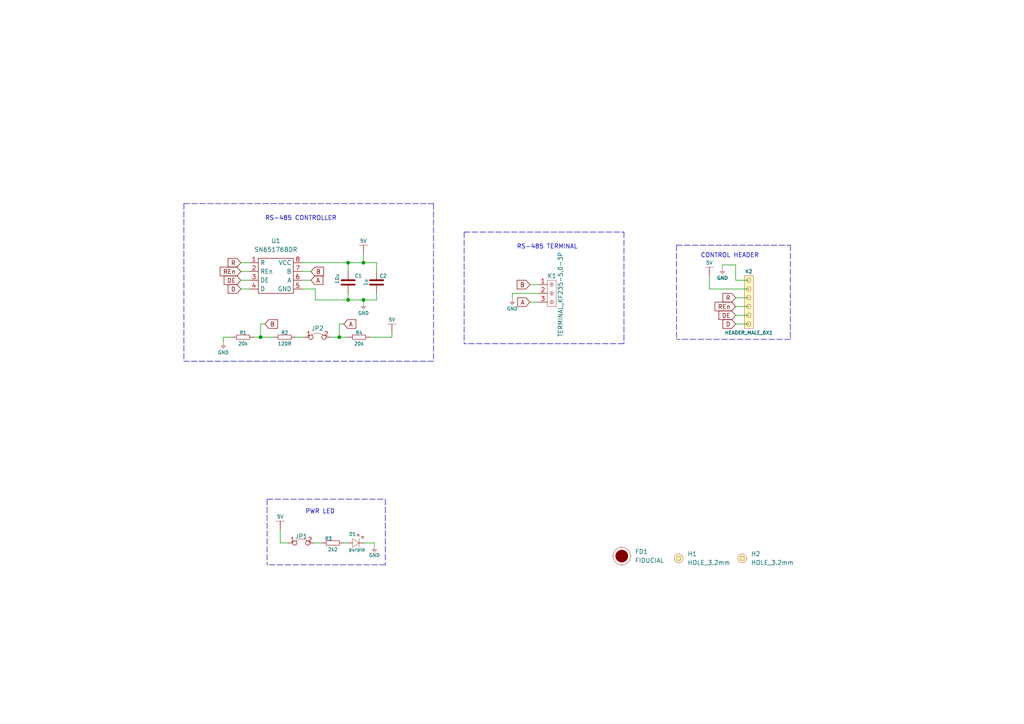
<source format=kicad_sch>
(kicad_sch (version 20210621) (generator eeschema)

  (uuid e3605678-b9d3-4e95-8d2b-456e9fa38f70)

  (paper "A4")

  (title_block
    (title "RS-485 breakout")
    (date "2021-07-28")
    (rev "V1.0.0.")
    (company "SOLDERED")
    (comment 1 "333068")
  )

  (lib_symbols
    (symbol "e-radionica.com schematics:0402LED" (pin_numbers hide) (pin_names (offset 0.254) hide) (in_bom yes) (on_board yes)
      (property "Reference" "D" (id 0) (at -0.635 2.54 0)
        (effects (font (size 1 1)))
      )
      (property "Value" "0402LED" (id 1) (at 0 -2.54 0)
        (effects (font (size 1 1)))
      )
      (property "Footprint" "e-radionica.com footprinti:0402LED" (id 2) (at 0 5.08 0)
        (effects (font (size 1 1)) hide)
      )
      (property "Datasheet" "" (id 3) (at 0 0 0)
        (effects (font (size 1 1)) hide)
      )
      (symbol "0402LED_0_1"
        (polyline
          (pts
            (xy -0.635 1.27)
            (xy 1.27 0)
          )
          (stroke (width 0.0006)) (fill (type none))
        )
        (polyline
          (pts
            (xy 0.635 1.905)
            (xy 1.27 2.54)
          )
          (stroke (width 0.0006)) (fill (type none))
        )
        (polyline
          (pts
            (xy 1.27 1.27)
            (xy 1.27 -1.27)
          )
          (stroke (width 0.0006)) (fill (type none))
        )
        (polyline
          (pts
            (xy 1.905 1.27)
            (xy 2.54 1.905)
          )
          (stroke (width 0.0006)) (fill (type none))
        )
        (polyline
          (pts
            (xy -0.635 1.27)
            (xy -0.635 -1.27)
            (xy 1.27 0)
          )
          (stroke (width 0.0006)) (fill (type none))
        )
        (polyline
          (pts
            (xy 1.27 2.54)
            (xy 0.635 2.54)
            (xy 1.27 1.905)
            (xy 1.27 2.54)
          )
          (stroke (width 0.0006)) (fill (type none))
        )
        (polyline
          (pts
            (xy 2.54 1.905)
            (xy 1.905 1.905)
            (xy 2.54 1.27)
            (xy 2.54 1.905)
          )
          (stroke (width 0.0006)) (fill (type none))
        )
      )
      (symbol "0402LED_1_1"
        (pin passive line (at -1.905 0 0) (length 1.27)
          (name "A" (effects (font (size 1.27 1.27))))
          (number "1" (effects (font (size 1.27 1.27))))
        )
        (pin passive line (at 2.54 0 180) (length 1.27)
          (name "K" (effects (font (size 1.27 1.27))))
          (number "2" (effects (font (size 1.27 1.27))))
        )
      )
    )
    (symbol "e-radionica.com schematics:0402R" (pin_numbers hide) (pin_names (offset 0.254)) (in_bom yes) (on_board yes)
      (property "Reference" "R" (id 0) (at -1.905 1.27 0)
        (effects (font (size 1 1)))
      )
      (property "Value" "0402R" (id 1) (at 0 -1.27 0)
        (effects (font (size 1 1)))
      )
      (property "Footprint" "e-radionica.com footprinti:0402R" (id 2) (at -2.54 1.905 0)
        (effects (font (size 1 1)) hide)
      )
      (property "Datasheet" "" (id 3) (at -2.54 1.905 0)
        (effects (font (size 1 1)) hide)
      )
      (symbol "0402R_0_1"
        (rectangle (start -1.905 -0.635) (end 1.905 -0.6604)
          (stroke (width 0.1)) (fill (type none))
        )
        (rectangle (start -1.905 0.635) (end -1.8796 -0.635)
          (stroke (width 0.1)) (fill (type none))
        )
        (rectangle (start -1.905 0.635) (end 1.905 0.6096)
          (stroke (width 0.1)) (fill (type none))
        )
        (rectangle (start 1.905 0.635) (end 1.9304 -0.635)
          (stroke (width 0.1)) (fill (type none))
        )
      )
      (symbol "0402R_1_1"
        (pin passive line (at -3.175 0 0) (length 1.27)
          (name "~" (effects (font (size 1.27 1.27))))
          (number "1" (effects (font (size 1.27 1.27))))
        )
        (pin passive line (at 3.175 0 180) (length 1.27)
          (name "~" (effects (font (size 1.27 1.27))))
          (number "2" (effects (font (size 1.27 1.27))))
        )
      )
    )
    (symbol "e-radionica.com schematics:0603C" (pin_numbers hide) (pin_names (offset 0.002)) (in_bom yes) (on_board yes)
      (property "Reference" "C" (id 0) (at -0.635 3.175 0)
        (effects (font (size 1 1)))
      )
      (property "Value" "0603C" (id 1) (at 0 -3.175 0)
        (effects (font (size 1 1)))
      )
      (property "Footprint" "e-radionica.com footprinti:0603C" (id 2) (at 0 0 0)
        (effects (font (size 1 1)) hide)
      )
      (property "Datasheet" "" (id 3) (at 0 0 0)
        (effects (font (size 1 1)) hide)
      )
      (symbol "0603C_0_1"
        (polyline
          (pts
            (xy -0.635 1.905)
            (xy -0.635 -1.905)
          )
          (stroke (width 0.5)) (fill (type none))
        )
        (polyline
          (pts
            (xy 0.635 1.905)
            (xy 0.635 -1.905)
          )
          (stroke (width 0.5)) (fill (type none))
        )
      )
      (symbol "0603C_1_1"
        (pin passive line (at -3.175 0 0) (length 2.54)
          (name "~" (effects (font (size 1.27 1.27))))
          (number "1" (effects (font (size 1.27 1.27))))
        )
        (pin passive line (at 3.175 0 180) (length 2.54)
          (name "~" (effects (font (size 1.27 1.27))))
          (number "2" (effects (font (size 1.27 1.27))))
        )
      )
    )
    (symbol "e-radionica.com schematics:0603R" (pin_numbers hide) (pin_names (offset 0.254)) (in_bom yes) (on_board yes)
      (property "Reference" "R" (id 0) (at -1.905 1.905 0)
        (effects (font (size 1 1)))
      )
      (property "Value" "0603R" (id 1) (at 0 -1.905 0)
        (effects (font (size 1 1)))
      )
      (property "Footprint" "e-radionica.com footprinti:0603R" (id 2) (at -0.635 1.905 0)
        (effects (font (size 1 1)) hide)
      )
      (property "Datasheet" "" (id 3) (at -0.635 1.905 0)
        (effects (font (size 1 1)) hide)
      )
      (symbol "0603R_0_1"
        (rectangle (start -1.905 -0.635) (end 1.905 -0.6604)
          (stroke (width 0.1)) (fill (type none))
        )
        (rectangle (start -1.905 0.635) (end -1.8796 -0.635)
          (stroke (width 0.1)) (fill (type none))
        )
        (rectangle (start -1.905 0.635) (end 1.905 0.6096)
          (stroke (width 0.1)) (fill (type none))
        )
        (rectangle (start 1.905 0.635) (end 1.9304 -0.635)
          (stroke (width 0.1)) (fill (type none))
        )
      )
      (symbol "0603R_1_1"
        (pin passive line (at -3.175 0 0) (length 1.27)
          (name "~" (effects (font (size 1.27 1.27))))
          (number "1" (effects (font (size 1.27 1.27))))
        )
        (pin passive line (at 3.175 0 180) (length 1.27)
          (name "~" (effects (font (size 1.27 1.27))))
          (number "2" (effects (font (size 1.27 1.27))))
        )
      )
    )
    (symbol "e-radionica.com schematics:1206C" (pin_numbers hide) (in_bom yes) (on_board yes)
      (property "Reference" "C" (id 0) (at -0.635 3.175 0)
        (effects (font (size 1 1)))
      )
      (property "Value" "1206C" (id 1) (at 0 -3.175 0)
        (effects (font (size 1 1)))
      )
      (property "Footprint" "e-radionica.com footprinti:1206C" (id 2) (at 0 0 0)
        (effects (font (size 1 1)) hide)
      )
      (property "Datasheet" "" (id 3) (at 0 0 0)
        (effects (font (size 1 1)) hide)
      )
      (symbol "1206C_0_1"
        (polyline
          (pts
            (xy -0.635 1.905)
            (xy -0.635 -1.905)
          )
          (stroke (width 0.5)) (fill (type none))
        )
        (polyline
          (pts
            (xy 0.635 1.905)
            (xy 0.635 -1.905)
          )
          (stroke (width 0.5)) (fill (type none))
        )
      )
      (symbol "1206C_1_1"
        (pin passive line (at -3.175 0 0) (length 2.54)
          (name "~" (effects (font (size 1.27 1.27))))
          (number "1" (effects (font (size 1.27 1.27))))
        )
        (pin passive line (at 3.175 0 180) (length 2.54)
          (name "~" (effects (font (size 1.27 1.27))))
          (number "2" (effects (font (size 1.27 1.27))))
        )
      )
    )
    (symbol "e-radionica.com schematics:5V" (power) (pin_names (offset 0)) (in_bom yes) (on_board yes)
      (property "Reference" "#PWR" (id 0) (at 4.445 0 0)
        (effects (font (size 1 1)) hide)
      )
      (property "Value" "5V" (id 1) (at 0 3.556 0)
        (effects (font (size 1 1)))
      )
      (property "Footprint" "" (id 2) (at 4.445 3.81 0)
        (effects (font (size 1 1)) hide)
      )
      (property "Datasheet" "" (id 3) (at 4.445 3.81 0)
        (effects (font (size 1 1)) hide)
      )
      (property "ki_keywords" "power-flag" (id 4) (at 0 0 0)
        (effects (font (size 1.27 1.27)) hide)
      )
      (property "ki_description" "Power symbol creates a global label with name \"5V\"" (id 5) (at 0 0 0)
        (effects (font (size 1.27 1.27)) hide)
      )
      (symbol "5V_0_1"
        (polyline
          (pts
            (xy -1.27 2.54)
            (xy 1.27 2.54)
          )
          (stroke (width 0.0006)) (fill (type none))
        )
        (polyline
          (pts
            (xy 0 0)
            (xy 0 2.54)
          )
          (stroke (width 0)) (fill (type none))
        )
      )
      (symbol "5V_1_1"
        (pin power_in line (at 0 0 90) (length 0) hide
          (name "5V" (effects (font (size 1.27 1.27))))
          (number "1" (effects (font (size 1.27 1.27))))
        )
      )
    )
    (symbol "e-radionica.com schematics:FIDUCIAL" (in_bom no) (on_board yes)
      (property "Reference" "FD" (id 0) (at 0 3.81 0)
        (effects (font (size 1.27 1.27)))
      )
      (property "Value" "FIDUCIAL" (id 1) (at 0 -3.81 0)
        (effects (font (size 1.27 1.27)))
      )
      (property "Footprint" "e-radionica.com footprinti:FIDUCIAL_23" (id 2) (at 0.254 -5.334 0)
        (effects (font (size 1.27 1.27)) hide)
      )
      (property "Datasheet" "" (id 3) (at 0 0 0)
        (effects (font (size 1.27 1.27)) hide)
      )
      (symbol "FIDUCIAL_0_1"
        (circle (center 0 0) (radius 2.54) (stroke (width 0.0006)) (fill (type none)))
        (circle (center 0 0) (radius 1.7961) (stroke (width 0.001)) (fill (type outline)))
        (polyline
          (pts
            (xy -2.54 0)
            (xy -2.794 0)
          )
          (stroke (width 0.0006)) (fill (type none))
        )
        (polyline
          (pts
            (xy 0 -2.54)
            (xy 0 -2.794)
          )
          (stroke (width 0.0006)) (fill (type none))
        )
        (polyline
          (pts
            (xy 0 2.54)
            (xy 0 2.794)
          )
          (stroke (width 0.0006)) (fill (type none))
        )
        (polyline
          (pts
            (xy 2.54 0)
            (xy 2.794 0)
          )
          (stroke (width 0.0006)) (fill (type none))
        )
      )
    )
    (symbol "e-radionica.com schematics:GND" (power) (pin_names (offset 0)) (in_bom yes) (on_board yes)
      (property "Reference" "#PWR" (id 0) (at 4.445 0 0)
        (effects (font (size 1 1)) hide)
      )
      (property "Value" "GND" (id 1) (at 0 -2.921 0)
        (effects (font (size 1 1)))
      )
      (property "Footprint" "" (id 2) (at 4.445 3.81 0)
        (effects (font (size 1 1)) hide)
      )
      (property "Datasheet" "" (id 3) (at 4.445 3.81 0)
        (effects (font (size 1 1)) hide)
      )
      (property "ki_keywords" "power-flag" (id 4) (at 0 0 0)
        (effects (font (size 1.27 1.27)) hide)
      )
      (property "ki_description" "Power symbol creates a global label with name \"GND\"" (id 5) (at 0 0 0)
        (effects (font (size 1.27 1.27)) hide)
      )
      (symbol "GND_0_1"
        (polyline
          (pts
            (xy -0.762 -1.27)
            (xy 0.762 -1.27)
          )
          (stroke (width 0.0006)) (fill (type none))
        )
        (polyline
          (pts
            (xy -0.635 -1.524)
            (xy 0.635 -1.524)
          )
          (stroke (width 0.0006)) (fill (type none))
        )
        (polyline
          (pts
            (xy -0.381 -1.778)
            (xy 0.381 -1.778)
          )
          (stroke (width 0.0006)) (fill (type none))
        )
        (polyline
          (pts
            (xy -0.127 -2.032)
            (xy 0.127 -2.032)
          )
          (stroke (width 0.0006)) (fill (type none))
        )
        (polyline
          (pts
            (xy 0 0)
            (xy 0 -1.27)
          )
          (stroke (width 0.0006)) (fill (type none))
        )
      )
      (symbol "GND_1_1"
        (pin power_in line (at 0 0 270) (length 0) hide
          (name "GND" (effects (font (size 1.27 1.27))))
          (number "1" (effects (font (size 1.27 1.27))))
        )
      )
    )
    (symbol "e-radionica.com schematics:GND_3" (power) (pin_names (offset 0)) (in_bom yes) (on_board yes)
      (property "Reference" "#PWR" (id 0) (at 4.445 0 0)
        (effects (font (size 1 1)) hide)
      )
      (property "Value" "GND" (id 1) (at 0 -2.921 0)
        (effects (font (size 1 1)))
      )
      (property "Footprint" "" (id 2) (at 4.445 3.81 0)
        (effects (font (size 1 1)) hide)
      )
      (property "Datasheet" "" (id 3) (at 4.445 3.81 0)
        (effects (font (size 1 1)) hide)
      )
      (property "ki_keywords" "power-flag" (id 4) (at 0 0 0)
        (effects (font (size 1.27 1.27)) hide)
      )
      (property "ki_description" "Power symbol creates a global label with name \"+3V3\"" (id 5) (at 0 0 0)
        (effects (font (size 1.27 1.27)) hide)
      )
      (symbol "GND_3_0_1"
        (polyline
          (pts
            (xy -0.762 -1.27)
            (xy 0.762 -1.27)
          )
          (stroke (width 0.0006)) (fill (type none))
        )
        (polyline
          (pts
            (xy -0.635 -1.524)
            (xy 0.635 -1.524)
          )
          (stroke (width 0.0006)) (fill (type none))
        )
        (polyline
          (pts
            (xy -0.381 -1.778)
            (xy 0.381 -1.778)
          )
          (stroke (width 0.0006)) (fill (type none))
        )
        (polyline
          (pts
            (xy -0.127 -2.032)
            (xy 0.127 -2.032)
          )
          (stroke (width 0.0006)) (fill (type none))
        )
        (polyline
          (pts
            (xy 0 0)
            (xy 0 -1.27)
          )
          (stroke (width 0.0006)) (fill (type none))
        )
      )
      (symbol "GND_3_1_1"
        (pin power_in line (at 0 0 270) (length 0) hide
          (name "GND" (effects (font (size 1.27 1.27))))
          (number "1" (effects (font (size 1.27 1.27))))
        )
      )
    )
    (symbol "e-radionica.com schematics:HEADER_MALE_6X1" (pin_numbers hide) (pin_names hide) (in_bom yes) (on_board yes)
      (property "Reference" "K" (id 0) (at -0.635 10.16 0)
        (effects (font (size 1 1)))
      )
      (property "Value" "HEADER_MALE_6X1" (id 1) (at 1.27 -7.62 0)
        (effects (font (size 1 1)))
      )
      (property "Footprint" "e-radionica.com footprinti:HEADER_MALE_6X1" (id 2) (at 0 0 0)
        (effects (font (size 1 1)) hide)
      )
      (property "Datasheet" "" (id 3) (at 0 0 0)
        (effects (font (size 1 1)) hide)
      )
      (symbol "HEADER_MALE_6X1_0_1"
        (circle (center 0 -5.08) (radius 0.635) (stroke (width 0.0006)) (fill (type none)))
        (circle (center 0 -2.54) (radius 0.635) (stroke (width 0.0006)) (fill (type none)))
        (circle (center 0 0) (radius 0.635) (stroke (width 0.0006)) (fill (type none)))
        (circle (center 0 2.54) (radius 0.635) (stroke (width 0.0006)) (fill (type none)))
        (circle (center 0 5.08) (radius 0.635) (stroke (width 0.0006)) (fill (type none)))
        (circle (center 0 7.62) (radius 0.635) (stroke (width 0.0006)) (fill (type none)))
        (rectangle (start 1.27 -6.35) (end -1.27 8.89)
          (stroke (width 0.001)) (fill (type background))
        )
      )
      (symbol "HEADER_MALE_6X1_1_1"
        (pin passive line (at 0 -5.08 180) (length 0)
          (name "~" (effects (font (size 0.991 0.991))))
          (number "1" (effects (font (size 0.991 0.991))))
        )
        (pin passive line (at 0 -2.54 180) (length 0)
          (name "~" (effects (font (size 0.991 0.991))))
          (number "2" (effects (font (size 0.991 0.991))))
        )
        (pin passive line (at 0 0 180) (length 0)
          (name "~" (effects (font (size 0.991 0.991))))
          (number "3" (effects (font (size 0.991 0.991))))
        )
        (pin passive line (at 0 2.54 180) (length 0)
          (name "~" (effects (font (size 0.991 0.991))))
          (number "4" (effects (font (size 0.991 0.991))))
        )
        (pin passive line (at 0 5.08 180) (length 0)
          (name "~" (effects (font (size 0.991 0.991))))
          (number "5" (effects (font (size 0.991 0.991))))
        )
        (pin passive line (at 0 7.62 180) (length 0)
          (name "~" (effects (font (size 0.991 0.991))))
          (number "6" (effects (font (size 0.991 0.991))))
        )
      )
    )
    (symbol "e-radionica.com schematics:HOLE_3.2mm" (pin_numbers hide) (pin_names hide) (in_bom yes) (on_board yes)
      (property "Reference" "H" (id 0) (at 0 2.54 0)
        (effects (font (size 1.27 1.27)))
      )
      (property "Value" "HOLE_3.2mm" (id 1) (at 0 -2.54 0)
        (effects (font (size 1.27 1.27)))
      )
      (property "Footprint" "e-radionica.com footprinti:HOLE_3.2mm" (id 2) (at 0 0 0)
        (effects (font (size 1.27 1.27)) hide)
      )
      (property "Datasheet" "" (id 3) (at 0 0 0)
        (effects (font (size 1.27 1.27)) hide)
      )
      (symbol "HOLE_3.2mm_0_1"
        (circle (center 0 0) (radius 0.635) (stroke (width 0.0006)) (fill (type none)))
        (circle (center 0 0) (radius 1.27) (stroke (width 0.001)) (fill (type background)))
      )
    )
    (symbol "e-radionica.com schematics:SMD-JUMPER-CONNECTED" (in_bom yes) (on_board yes)
      (property "Reference" "JP" (id 0) (at 0 3.556 0)
        (effects (font (size 1.27 1.27)))
      )
      (property "Value" "SMD-JUMPER-CONNECTED" (id 1) (at 0 -2.54 0)
        (effects (font (size 1.27 1.27)))
      )
      (property "Footprint" "e-radionica.com footprinti:SMD_JUMPER_CONNECTED" (id 2) (at 0 0 0)
        (effects (font (size 1.27 1.27)) hide)
      )
      (property "Datasheet" "" (id 3) (at 0 0 0)
        (effects (font (size 1.27 1.27)) hide)
      )
      (symbol "SMD-JUMPER-CONNECTED_0_1"
        (arc (start -1.6159 0.5742) (end 1.5845 0.5996) (radius (at 0 -1.397) (length 2.5489) (angles 129.3 51.6))
          (stroke (width 0.0006)) (fill (type none))
        )
      )
      (symbol "SMD-JUMPER-CONNECTED_1_1"
        (pin passive inverted (at -3.81 0 0) (length 2.54)
          (name "" (effects (font (size 1.27 1.27))))
          (number "1" (effects (font (size 1.27 1.27))))
        )
        (pin passive inverted (at 3.81 0 180) (length 2.54)
          (name "" (effects (font (size 1.27 1.27))))
          (number "2" (effects (font (size 1.27 1.27))))
        )
      )
    )
    (symbol "e-radionica.com schematics:SMD-JUMPER-CONNECTED_TRACE_SLODERMASK" (in_bom yes) (on_board yes)
      (property "Reference" "JP" (id 0) (at 0 3.556 0)
        (effects (font (size 1.27 1.27)))
      )
      (property "Value" "SMD-JUMPER-CONNECTED_TRACE_SLODERMASK" (id 1) (at 0 -2.54 0)
        (effects (font (size 1.27 1.27)))
      )
      (property "Footprint" "e-radionica.com footprinti:SMD-JUMPER-CONNECTED_TRACE_SLODERMASK" (id 2) (at 0 -5.715 0)
        (effects (font (size 1.27 1.27)) hide)
      )
      (property "Datasheet" "" (id 3) (at 0 0 0)
        (effects (font (size 1.27 1.27)) hide)
      )
      (symbol "SMD-JUMPER-CONNECTED_TRACE_SLODERMASK_0_1"
        (arc (start -1.8034 0.5588) (end 1.397 0.5842) (radius (at -0.1875 -1.4124) (length 2.5489) (angles 129.3 51.6))
          (stroke (width 0.0006)) (fill (type none))
        )
      )
      (symbol "SMD-JUMPER-CONNECTED_TRACE_SLODERMASK_1_1"
        (pin passive inverted (at -4.064 0 0) (length 2.54)
          (name "" (effects (font (size 1.27 1.27))))
          (number "1" (effects (font (size 1.27 1.27))))
        )
        (pin passive inverted (at 3.556 0 180) (length 2.54)
          (name "" (effects (font (size 1.27 1.27))))
          (number "2" (effects (font (size 1.27 1.27))))
        )
      )
    )
    (symbol "e-radionica.com schematics:SN65176BDR" (in_bom yes) (on_board yes)
      (property "Reference" "U" (id 0) (at 0 6.35 0)
        (effects (font (size 1.27 1.27)))
      )
      (property "Value" "SN65176BDR" (id 1) (at 0 -6.35 0)
        (effects (font (size 1.27 1.27)))
      )
      (property "Footprint" "e-radionica.com footprinti:SOIC-8-SWB" (id 2) (at 1.27 -8.89 0)
        (effects (font (size 1.27 1.27)) hide)
      )
      (property "Datasheet" "" (id 3) (at 0 0 0)
        (effects (font (size 1.27 1.27)) hide)
      )
      (symbol "SN65176BDR_0_1"
        (rectangle (start -5.08 5.08) (end 5.08 -5.08)
          (stroke (width 0.1524)) (fill (type none))
        )
      )
      (symbol "SN65176BDR_1_1"
        (pin output line (at -7.62 3.81 0) (length 2.54)
          (name "R" (effects (font (size 1.27 1.27))))
          (number "1" (effects (font (size 1.27 1.27))))
        )
        (pin input line (at -7.62 1.27 0) (length 2.54)
          (name "REn" (effects (font (size 1.27 1.27))))
          (number "2" (effects (font (size 1.27 1.27))))
        )
        (pin input line (at -7.62 -1.27 0) (length 2.54)
          (name "DE" (effects (font (size 1.27 1.27))))
          (number "3" (effects (font (size 1.27 1.27))))
        )
        (pin input line (at -7.62 -3.81 0) (length 2.54)
          (name "D" (effects (font (size 1.27 1.27))))
          (number "4" (effects (font (size 1.27 1.27))))
        )
        (pin power_out line (at 7.62 -3.81 180) (length 2.54)
          (name "GND" (effects (font (size 1.27 1.27))))
          (number "5" (effects (font (size 1.27 1.27))))
        )
        (pin bidirectional line (at 7.62 -1.27 180) (length 2.54)
          (name "A" (effects (font (size 1.27 1.27))))
          (number "6" (effects (font (size 1.27 1.27))))
        )
        (pin bidirectional line (at 7.62 1.27 180) (length 2.54)
          (name "B" (effects (font (size 1.27 1.27))))
          (number "7" (effects (font (size 1.27 1.27))))
        )
        (pin power_in line (at 7.62 3.81 180) (length 2.54)
          (name "VCC" (effects (font (size 1.27 1.27))))
          (number "8" (effects (font (size 1.27 1.27))))
        )
      )
    )
    (symbol "e-radionica.com schematics:TERMINAL_KF235-5.0-3P" (in_bom yes) (on_board yes)
      (property "Reference" "K" (id 0) (at 0 5.08 0)
        (effects (font (size 1.27 1.27)))
      )
      (property "Value" "TERMINAL_KF235-5.0-3P" (id 1) (at 0 -5.08 0)
        (effects (font (size 1.27 1.27)))
      )
      (property "Footprint" "e-radionica.com footprinti:TERMINAL_KF235-5.0-3P" (id 2) (at 0 -7.62 0)
        (effects (font (size 1.27 1.27)) hide)
      )
      (property "Datasheet" "" (id 3) (at 0 0 0)
        (effects (font (size 1.27 1.27)) hide)
      )
      (symbol "TERMINAL_KF235-5.0-3P_0_1"
        (circle (center 0 -2.54) (radius 0.508) (stroke (width 0.0006)) (fill (type none)))
        (circle (center 0 0) (radius 0.508) (stroke (width 0.0006)) (fill (type none)))
        (circle (center 0 2.54) (radius 0.508) (stroke (width 0.0006)) (fill (type none)))
        (rectangle (start -1.27 3.81) (end 1.27 -3.81)
          (stroke (width 0.0006)) (fill (type none))
        )
        (polyline
          (pts
            (xy -0.254 -2.54)
            (xy 0.254 -2.54)
          )
          (stroke (width 0.0006)) (fill (type none))
        )
        (polyline
          (pts
            (xy -0.254 0)
            (xy 0.254 0)
          )
          (stroke (width 0.0006)) (fill (type none))
        )
        (polyline
          (pts
            (xy -0.254 2.54)
            (xy 0.254 2.54)
          )
          (stroke (width 0.0006)) (fill (type none))
        )
        (polyline
          (pts
            (xy 0 -2.032)
            (xy 0 -3.048)
          )
          (stroke (width 0.0006)) (fill (type none))
        )
        (polyline
          (pts
            (xy 0 0.508)
            (xy 0 -0.508)
          )
          (stroke (width 0.0006)) (fill (type none))
        )
        (polyline
          (pts
            (xy 0 3.048)
            (xy 0 2.032)
          )
          (stroke (width 0.0006)) (fill (type none))
        )
      )
      (symbol "TERMINAL_KF235-5.0-3P_1_1"
        (pin input line (at -3.81 2.54 0) (length 2.54)
          (name "~" (effects (font (size 1.27 1.27))))
          (number "1" (effects (font (size 1.27 1.27))))
        )
        (pin input line (at -3.81 0 0) (length 2.54)
          (name "~" (effects (font (size 1.27 1.27))))
          (number "2" (effects (font (size 1.27 1.27))))
        )
        (pin input line (at -3.81 -2.54 0) (length 2.54)
          (name "~" (effects (font (size 1.27 1.27))))
          (number "3" (effects (font (size 1.27 1.27))))
        )
      )
    )
  )

  (junction (at 75.565 97.79) (diameter 0.9144) (color 0 0 0 0))
  (junction (at 98.425 97.79) (diameter 0.9144) (color 0 0 0 0))
  (junction (at 100.965 76.2) (diameter 0.9144) (color 0 0 0 0))
  (junction (at 100.965 86.995) (diameter 0.9144) (color 0 0 0 0))
  (junction (at 105.41 76.2) (diameter 0.9144) (color 0 0 0 0))
  (junction (at 105.41 86.995) (diameter 0.9144) (color 0 0 0 0))

  (wire (pts (xy 64.77 97.79) (xy 64.77 99.06))
    (stroke (width 0) (type solid) (color 0 0 0 0))
    (uuid a527652b-aa7c-4532-bf26-92376c0e1b2c)
  )
  (wire (pts (xy 67.31 97.79) (xy 64.77 97.79))
    (stroke (width 0) (type solid) (color 0 0 0 0))
    (uuid a527652b-aa7c-4532-bf26-92376c0e1b2c)
  )
  (wire (pts (xy 69.85 76.2) (xy 72.39 76.2))
    (stroke (width 0) (type solid) (color 0 0 0 0))
    (uuid 314a0fca-da90-4dc4-ab7c-c0e97f632ba5)
  )
  (wire (pts (xy 69.85 78.74) (xy 72.39 78.74))
    (stroke (width 0) (type solid) (color 0 0 0 0))
    (uuid 48104aa9-773d-4276-bc64-f5cc3a9ff0b6)
  )
  (wire (pts (xy 69.85 81.28) (xy 72.39 81.28))
    (stroke (width 0) (type solid) (color 0 0 0 0))
    (uuid be9ac76b-086b-4b0b-a5ea-5a0c0880e575)
  )
  (wire (pts (xy 69.85 83.82) (xy 72.39 83.82))
    (stroke (width 0) (type solid) (color 0 0 0 0))
    (uuid 2abd1a73-0c50-44eb-aa1b-c20afb0d508e)
  )
  (wire (pts (xy 73.66 97.79) (xy 75.565 97.79))
    (stroke (width 0) (type solid) (color 0 0 0 0))
    (uuid 8e691be9-a912-4408-980a-24118b0c0eb5)
  )
  (wire (pts (xy 75.565 93.98) (xy 75.565 97.79))
    (stroke (width 0) (type solid) (color 0 0 0 0))
    (uuid 5d2825ac-b51e-4e5f-b812-ee37cf0f0154)
  )
  (wire (pts (xy 75.565 97.79) (xy 79.375 97.79))
    (stroke (width 0) (type solid) (color 0 0 0 0))
    (uuid c8104048-83aa-4ad9-aaa5-5381a6350083)
  )
  (wire (pts (xy 76.835 93.98) (xy 75.565 93.98))
    (stroke (width 0) (type solid) (color 0 0 0 0))
    (uuid 5d2825ac-b51e-4e5f-b812-ee37cf0f0154)
  )
  (wire (pts (xy 81.28 157.48) (xy 81.28 153.67))
    (stroke (width 0) (type solid) (color 0 0 0 0))
    (uuid d4a1626f-2acd-4767-982e-d124e22c0906)
  )
  (wire (pts (xy 83.566 157.48) (xy 81.28 157.48))
    (stroke (width 0) (type solid) (color 0 0 0 0))
    (uuid 0d58fe05-9f52-4cfc-a999-f8a40c56e56c)
  )
  (wire (pts (xy 85.725 97.79) (xy 88.265 97.79))
    (stroke (width 0) (type solid) (color 0 0 0 0))
    (uuid 4c0f024d-834d-4bd7-bbd0-29f6044a5589)
  )
  (wire (pts (xy 87.63 76.2) (xy 100.965 76.2))
    (stroke (width 0) (type solid) (color 0 0 0 0))
    (uuid c2031308-60cf-4e6c-a4a8-d58e9eee387e)
  )
  (wire (pts (xy 87.63 78.74) (xy 90.17 78.74))
    (stroke (width 0) (type solid) (color 0 0 0 0))
    (uuid 0ee5d110-481a-43a1-81a8-abcefe0a7cd6)
  )
  (wire (pts (xy 87.63 81.28) (xy 90.17 81.28))
    (stroke (width 0) (type solid) (color 0 0 0 0))
    (uuid 65224b03-5f35-40dd-acf1-709534b26e89)
  )
  (wire (pts (xy 87.63 83.82) (xy 91.44 83.82))
    (stroke (width 0) (type solid) (color 0 0 0 0))
    (uuid 17b84e93-b17b-4bd8-9aa6-bc3b134b9456)
  )
  (wire (pts (xy 91.186 157.48) (xy 93.345 157.48))
    (stroke (width 0) (type solid) (color 0 0 0 0))
    (uuid 83da454e-aae2-4691-9ac3-8a111b62934f)
  )
  (wire (pts (xy 91.44 83.82) (xy 91.44 86.995))
    (stroke (width 0) (type solid) (color 0 0 0 0))
    (uuid 17b84e93-b17b-4bd8-9aa6-bc3b134b9456)
  )
  (wire (pts (xy 91.44 86.995) (xy 100.965 86.995))
    (stroke (width 0) (type solid) (color 0 0 0 0))
    (uuid 17b84e93-b17b-4bd8-9aa6-bc3b134b9456)
  )
  (wire (pts (xy 95.885 97.79) (xy 98.425 97.79))
    (stroke (width 0) (type solid) (color 0 0 0 0))
    (uuid ca17ec6c-6815-4498-a109-f6cbcc6708d4)
  )
  (wire (pts (xy 98.425 93.98) (xy 98.425 97.79))
    (stroke (width 0) (type solid) (color 0 0 0 0))
    (uuid 4f90764c-e4e7-4b63-8b8d-bb533088cb18)
  )
  (wire (pts (xy 98.425 97.79) (xy 100.965 97.79))
    (stroke (width 0) (type solid) (color 0 0 0 0))
    (uuid ca17ec6c-6815-4498-a109-f6cbcc6708d4)
  )
  (wire (pts (xy 99.695 93.98) (xy 98.425 93.98))
    (stroke (width 0) (type solid) (color 0 0 0 0))
    (uuid 4f90764c-e4e7-4b63-8b8d-bb533088cb18)
  )
  (wire (pts (xy 99.695 157.48) (xy 100.965 157.48))
    (stroke (width 0) (type solid) (color 0 0 0 0))
    (uuid d4ea5339-f0f3-408d-a59f-9cdfd6c204de)
  )
  (wire (pts (xy 100.965 76.2) (xy 100.965 78.74))
    (stroke (width 0) (type solid) (color 0 0 0 0))
    (uuid a179c884-e209-4dd1-9978-2c0880917cb8)
  )
  (wire (pts (xy 100.965 76.2) (xy 105.41 76.2))
    (stroke (width 0) (type solid) (color 0 0 0 0))
    (uuid c2031308-60cf-4e6c-a4a8-d58e9eee387e)
  )
  (wire (pts (xy 100.965 86.995) (xy 100.965 85.09))
    (stroke (width 0) (type solid) (color 0 0 0 0))
    (uuid e7cac471-4aab-4f4e-a1d0-1399e603108d)
  )
  (wire (pts (xy 105.41 76.2) (xy 105.41 73.66))
    (stroke (width 0) (type solid) (color 0 0 0 0))
    (uuid c2031308-60cf-4e6c-a4a8-d58e9eee387e)
  )
  (wire (pts (xy 105.41 76.2) (xy 109.22 76.2))
    (stroke (width 0) (type solid) (color 0 0 0 0))
    (uuid c2031308-60cf-4e6c-a4a8-d58e9eee387e)
  )
  (wire (pts (xy 105.41 86.995) (xy 100.965 86.995))
    (stroke (width 0) (type solid) (color 0 0 0 0))
    (uuid e7cac471-4aab-4f4e-a1d0-1399e603108d)
  )
  (wire (pts (xy 105.41 87.63) (xy 105.41 86.995))
    (stroke (width 0) (type solid) (color 0 0 0 0))
    (uuid e7cac471-4aab-4f4e-a1d0-1399e603108d)
  )
  (wire (pts (xy 105.41 157.48) (xy 108.585 157.48))
    (stroke (width 0) (type solid) (color 0 0 0 0))
    (uuid 88764109-5ef5-4ead-9429-2bd78946c225)
  )
  (wire (pts (xy 107.315 97.79) (xy 113.665 97.79))
    (stroke (width 0) (type solid) (color 0 0 0 0))
    (uuid e5b480ed-51f4-4f45-90b3-6b4e2e8f1dbe)
  )
  (wire (pts (xy 108.585 157.48) (xy 108.585 158.115))
    (stroke (width 0) (type solid) (color 0 0 0 0))
    (uuid cf269d41-e906-482f-be58-827a7abd4a0d)
  )
  (wire (pts (xy 109.22 78.74) (xy 109.22 76.2))
    (stroke (width 0) (type solid) (color 0 0 0 0))
    (uuid 52385976-cb5c-4856-b76e-ba408f0e1a79)
  )
  (wire (pts (xy 109.22 85.09) (xy 109.22 86.995))
    (stroke (width 0) (type solid) (color 0 0 0 0))
    (uuid fe6d983b-a941-4a4c-8b12-51c1fa118b71)
  )
  (wire (pts (xy 109.22 86.995) (xy 105.41 86.995))
    (stroke (width 0) (type solid) (color 0 0 0 0))
    (uuid fe6d983b-a941-4a4c-8b12-51c1fa118b71)
  )
  (wire (pts (xy 113.665 97.79) (xy 113.665 96.52))
    (stroke (width 0) (type solid) (color 0 0 0 0))
    (uuid e5b480ed-51f4-4f45-90b3-6b4e2e8f1dbe)
  )
  (wire (pts (xy 148.59 85.09) (xy 148.59 86.36))
    (stroke (width 0) (type solid) (color 0 0 0 0))
    (uuid 03874d88-3ca6-46bb-99fa-f53de765b209)
  )
  (wire (pts (xy 153.67 82.55) (xy 156.21 82.55))
    (stroke (width 0) (type solid) (color 0 0 0 0))
    (uuid a66c937f-4467-4f64-8752-53d8b2da0389)
  )
  (wire (pts (xy 153.67 87.63) (xy 156.21 87.63))
    (stroke (width 0) (type solid) (color 0 0 0 0))
    (uuid 29f62b24-0c52-46ff-9bb6-283214c575b4)
  )
  (wire (pts (xy 156.21 85.09) (xy 148.59 85.09))
    (stroke (width 0) (type solid) (color 0 0 0 0))
    (uuid 03874d88-3ca6-46bb-99fa-f53de765b209)
  )
  (wire (pts (xy 205.74 83.82) (xy 205.74 80.01))
    (stroke (width 0) (type solid) (color 0 0 0 0))
    (uuid 888689fb-8836-4ce2-8dd5-861d5ff87b3a)
  )
  (wire (pts (xy 209.55 76.835) (xy 213.36 76.835))
    (stroke (width 0) (type solid) (color 0 0 0 0))
    (uuid 6502dd90-c6eb-49bc-b055-94d8eea5d4ed)
  )
  (wire (pts (xy 209.55 77.47) (xy 209.55 76.835))
    (stroke (width 0) (type solid) (color 0 0 0 0))
    (uuid 122a6f96-ffc3-4e19-b85a-cdde284c4b12)
  )
  (wire (pts (xy 213.36 76.835) (xy 213.36 81.28))
    (stroke (width 0) (type solid) (color 0 0 0 0))
    (uuid afe717f4-ad94-4a42-9ce4-5b0217a865b0)
  )
  (wire (pts (xy 213.36 81.28) (xy 217.17 81.28))
    (stroke (width 0) (type solid) (color 0 0 0 0))
    (uuid 5b55bf9f-b01f-4bb4-bdba-88471430214d)
  )
  (wire (pts (xy 213.36 86.36) (xy 217.17 86.36))
    (stroke (width 0) (type solid) (color 0 0 0 0))
    (uuid f0fc583c-b67d-40a8-bc7f-d5237dd32843)
  )
  (wire (pts (xy 213.36 88.9) (xy 217.17 88.9))
    (stroke (width 0) (type solid) (color 0 0 0 0))
    (uuid 27017647-5059-45c4-ac98-8f9963255271)
  )
  (wire (pts (xy 213.36 91.44) (xy 217.17 91.44))
    (stroke (width 0) (type solid) (color 0 0 0 0))
    (uuid d6c7bfad-50ec-4f66-906d-339fcd88255d)
  )
  (wire (pts (xy 213.36 93.98) (xy 217.17 93.98))
    (stroke (width 0) (type solid) (color 0 0 0 0))
    (uuid 7907c124-f8c9-4404-a50c-39de4cee7663)
  )
  (wire (pts (xy 217.17 83.82) (xy 205.74 83.82))
    (stroke (width 0) (type solid) (color 0 0 0 0))
    (uuid 116c9d23-ce0a-4de7-aba2-f616b5c4a258)
  )
  (polyline (pts (xy 53.34 59.055) (xy 53.34 104.775))
    (stroke (width 0) (type dash) (color 0 0 0 0))
    (uuid e34b26a7-133f-476c-87c6-0332942afa43)
  )
  (polyline (pts (xy 53.34 59.055) (xy 125.73 59.055))
    (stroke (width 0) (type dash) (color 0 0 0 0))
    (uuid c72e8ac8-6497-45b2-9859-f701a454e8d0)
  )
  (polyline (pts (xy 77.47 144.78) (xy 77.47 163.83))
    (stroke (width 0) (type dash) (color 0 0 0 0))
    (uuid d9e0c882-6b13-4055-83d2-f68e8384bfc1)
  )
  (polyline (pts (xy 77.47 144.78) (xy 111.76 144.78))
    (stroke (width 0) (type dash) (color 0 0 0 0))
    (uuid 7897a252-97e9-4f38-815d-b4c29d0848a5)
  )
  (polyline (pts (xy 111.76 144.78) (xy 111.76 163.83))
    (stroke (width 0) (type dash) (color 0 0 0 0))
    (uuid 34efc4d2-41d5-4483-a8f8-95c46fb9b5ab)
  )
  (polyline (pts (xy 111.76 163.83) (xy 77.47 163.83))
    (stroke (width 0) (type dash) (color 0 0 0 0))
    (uuid 621ce6b4-7160-4f60-801b-9f39e3988515)
  )
  (polyline (pts (xy 125.73 59.055) (xy 125.73 104.775))
    (stroke (width 0) (type dash) (color 0 0 0 0))
    (uuid 209aa87f-5cc9-4543-9b93-9039bcbd03fd)
  )
  (polyline (pts (xy 125.73 104.775) (xy 53.34 104.775))
    (stroke (width 0) (type dash) (color 0 0 0 0))
    (uuid a3c1442e-2cf2-4063-923b-a56b2e24f234)
  )
  (polyline (pts (xy 134.62 67.31) (xy 134.62 99.695))
    (stroke (width 0) (type dash) (color 0 0 0 0))
    (uuid 376c9978-2d87-4833-8139-4b1944a0a6b1)
  )
  (polyline (pts (xy 134.62 67.31) (xy 180.975 67.31))
    (stroke (width 0) (type dash) (color 0 0 0 0))
    (uuid 558c2230-44c1-46bb-bc6f-1b2ee3e51f10)
  )
  (polyline (pts (xy 180.975 67.31) (xy 180.975 99.695))
    (stroke (width 0) (type dash) (color 0 0 0 0))
    (uuid 4bf40c9b-af2b-4b01-a909-23546eb1548e)
  )
  (polyline (pts (xy 180.975 99.695) (xy 134.62 99.695))
    (stroke (width 0) (type dash) (color 0 0 0 0))
    (uuid 7721d192-4b46-4daa-8528-355531b4e1cd)
  )
  (polyline (pts (xy 196.215 71.12) (xy 196.215 98.425))
    (stroke (width 0) (type dash) (color 0 0 0 0))
    (uuid c0057d09-f34f-4539-b980-9dca93714b77)
  )
  (polyline (pts (xy 196.215 71.12) (xy 229.235 71.12))
    (stroke (width 0) (type dash) (color 0 0 0 0))
    (uuid dbe877f0-0ba5-42a4-a3b7-e0b369bc803b)
  )
  (polyline (pts (xy 229.235 71.12) (xy 229.235 98.425))
    (stroke (width 0) (type dash) (color 0 0 0 0))
    (uuid 72ef3f52-a3da-44b5-89c6-753b4b1036c3)
  )
  (polyline (pts (xy 229.235 98.425) (xy 196.215 98.425))
    (stroke (width 0) (type dash) (color 0 0 0 0))
    (uuid 94d9389e-4dfa-45f1-a532-71c1a1aeffc1)
  )

  (text "RS-485 CONTROLLER" (at 76.835 64.135 0)
    (effects (font (size 1.27 1.27)) (justify left bottom))
    (uuid b83c3541-97ae-4469-84ff-b695c6fcad84)
  )
  (text "PWR LED" (at 97.155 149.225 180)
    (effects (font (size 1.27 1.27)) (justify right bottom))
    (uuid 46a22821-9928-4dc9-871b-ba7d4bc7c1d6)
  )
  (text "RS-485 TERMINAL" (at 149.86 72.39 0)
    (effects (font (size 1.27 1.27)) (justify left bottom))
    (uuid a6a1e081-dcb1-4d10-b4f1-97630f4401ae)
  )
  (text "CONTROL HEADER" (at 203.2 74.93 0)
    (effects (font (size 1.27 1.27)) (justify left bottom))
    (uuid 9fa3828c-6498-4f74-82f6-3eea0b741ff5)
  )

  (global_label "R" (shape input) (at 69.85 76.2 180) (fields_autoplaced)
    (effects (font (size 1.27 1.27)) (justify right))
    (uuid 32131763-7933-45e5-8902-b482e1f7c62e)
    (property "Intersheet References" "${INTERSHEET_REFS}" (id 0) (at 66.1669 76.1206 0)
      (effects (font (size 1.27 1.27)) (justify right) hide)
    )
  )
  (global_label "REn" (shape input) (at 69.85 78.74 180) (fields_autoplaced)
    (effects (font (size 1.27 1.27)) (justify right))
    (uuid 88c81bb6-5fd4-4e5c-b3b4-465a1d4bc1ea)
    (property "Intersheet References" "${INTERSHEET_REFS}" (id 0) (at 63.8688 78.6606 0)
      (effects (font (size 1.27 1.27)) (justify right) hide)
    )
  )
  (global_label "DE" (shape input) (at 69.85 81.28 180) (fields_autoplaced)
    (effects (font (size 1.27 1.27)) (justify right))
    (uuid f28fda5b-ed67-4b7d-ba88-3bd4387add91)
    (property "Intersheet References" "${INTERSHEET_REFS}" (id 0) (at 65.0179 81.2006 0)
      (effects (font (size 1.27 1.27)) (justify right) hide)
    )
  )
  (global_label "D" (shape input) (at 69.85 83.82 180) (fields_autoplaced)
    (effects (font (size 1.27 1.27)) (justify right))
    (uuid 32e7394c-b5ee-437a-9886-99fcdcc44343)
    (property "Intersheet References" "${INTERSHEET_REFS}" (id 0) (at 66.1669 83.7406 0)
      (effects (font (size 1.27 1.27)) (justify right) hide)
    )
  )
  (global_label "B" (shape input) (at 76.835 93.98 0) (fields_autoplaced)
    (effects (font (size 1.27 1.27)) (justify left))
    (uuid a201e6f5-0dce-4c2f-9d3d-025d89a09085)
    (property "Intersheet References" "${INTERSHEET_REFS}" (id 0) (at 80.5181 93.9006 0)
      (effects (font (size 1.27 1.27)) (justify left) hide)
    )
  )
  (global_label "B" (shape input) (at 90.17 78.74 0) (fields_autoplaced)
    (effects (font (size 1.27 1.27)) (justify left))
    (uuid a447a5c9-2f28-4416-9456-d42361684842)
    (property "Intersheet References" "${INTERSHEET_REFS}" (id 0) (at 93.8531 78.6606 0)
      (effects (font (size 1.27 1.27)) (justify left) hide)
    )
  )
  (global_label "A" (shape input) (at 90.17 81.28 0) (fields_autoplaced)
    (effects (font (size 1.27 1.27)) (justify left))
    (uuid 2c051d47-ec7f-4b23-9389-26b35bb76b6a)
    (property "Intersheet References" "${INTERSHEET_REFS}" (id 0) (at 93.6717 81.2006 0)
      (effects (font (size 1.27 1.27)) (justify left) hide)
    )
  )
  (global_label "A" (shape input) (at 99.695 93.98 0) (fields_autoplaced)
    (effects (font (size 1.27 1.27)) (justify left))
    (uuid 223f036e-492c-411d-b11b-73de5a73cd3a)
    (property "Intersheet References" "${INTERSHEET_REFS}" (id 0) (at 103.1967 93.9006 0)
      (effects (font (size 1.27 1.27)) (justify left) hide)
    )
  )
  (global_label "B" (shape input) (at 153.67 82.55 180) (fields_autoplaced)
    (effects (font (size 1.27 1.27)) (justify right))
    (uuid b232a98e-cdc8-4e9d-a7d4-a7b15322d85d)
    (property "Intersheet References" "${INTERSHEET_REFS}" (id 0) (at 149.9869 82.4706 0)
      (effects (font (size 1.27 1.27)) (justify right) hide)
    )
  )
  (global_label "A" (shape input) (at 153.67 87.63 180) (fields_autoplaced)
    (effects (font (size 1.27 1.27)) (justify right))
    (uuid 51e4734e-2ded-4675-bcfd-199c62d0267e)
    (property "Intersheet References" "${INTERSHEET_REFS}" (id 0) (at 150.1683 87.5506 0)
      (effects (font (size 1.27 1.27)) (justify right) hide)
    )
  )
  (global_label "R" (shape input) (at 213.36 86.36 180) (fields_autoplaced)
    (effects (font (size 1.27 1.27)) (justify right))
    (uuid aa2e7628-08f1-4484-b921-75db7abe35ee)
    (property "Intersheet References" "${INTERSHEET_REFS}" (id 0) (at 209.6769 86.2806 0)
      (effects (font (size 1.27 1.27)) (justify right) hide)
    )
  )
  (global_label "REn" (shape input) (at 213.36 88.9 180) (fields_autoplaced)
    (effects (font (size 1.27 1.27)) (justify right))
    (uuid b9f20294-83ea-40a3-8a84-72a0221f0cb0)
    (property "Intersheet References" "${INTERSHEET_REFS}" (id 0) (at 207.3788 88.8206 0)
      (effects (font (size 1.27 1.27)) (justify right) hide)
    )
  )
  (global_label "DE" (shape input) (at 213.36 91.44 180) (fields_autoplaced)
    (effects (font (size 1.27 1.27)) (justify right))
    (uuid 9a555979-fc0e-42ca-b0bc-15021c01b0b6)
    (property "Intersheet References" "${INTERSHEET_REFS}" (id 0) (at 208.5279 91.3606 0)
      (effects (font (size 1.27 1.27)) (justify right) hide)
    )
  )
  (global_label "D" (shape input) (at 213.36 93.98 180) (fields_autoplaced)
    (effects (font (size 1.27 1.27)) (justify right))
    (uuid 91dd2f2b-3343-4b7e-8325-b6cb260721ed)
    (property "Intersheet References" "${INTERSHEET_REFS}" (id 0) (at 209.6769 93.9006 0)
      (effects (font (size 1.27 1.27)) (justify right) hide)
    )
  )

  (symbol (lib_id "e-radionica.com schematics:GND") (at 64.77 99.06 0) (unit 1)
    (in_bom yes) (on_board yes)
    (uuid 81741cfb-8ba5-4498-adce-7f8ed410dd4e)
    (property "Reference" "#PWR01" (id 0) (at 69.215 99.06 0)
      (effects (font (size 1 1)) hide)
    )
    (property "Value" "GND" (id 1) (at 64.77 102.235 0)
      (effects (font (size 1 1)))
    )
    (property "Footprint" "" (id 2) (at 69.215 95.25 0)
      (effects (font (size 1 1)) hide)
    )
    (property "Datasheet" "" (id 3) (at 69.215 95.25 0)
      (effects (font (size 1 1)) hide)
    )
    (pin "1" (uuid 124f6241-d13e-40f5-9fad-dfca5e903147))
  )

  (symbol (lib_id "e-radionica.com schematics:GND") (at 105.41 87.63 0) (unit 1)
    (in_bom yes) (on_board yes)
    (uuid 00b15cd9-959c-4e5d-9e46-bd7c1036f1a5)
    (property "Reference" "#PWR04" (id 0) (at 109.855 87.63 0)
      (effects (font (size 1 1)) hide)
    )
    (property "Value" "GND" (id 1) (at 105.41 90.805 0)
      (effects (font (size 1 1)))
    )
    (property "Footprint" "" (id 2) (at 109.855 83.82 0)
      (effects (font (size 1 1)) hide)
    )
    (property "Datasheet" "" (id 3) (at 109.855 83.82 0)
      (effects (font (size 1 1)) hide)
    )
    (pin "1" (uuid 618ed027-c207-480f-81a8-ca0c16e583b5))
  )

  (symbol (lib_name "e-radionica.com schematics:GND_3") (lib_id "e-radionica.com schematics:GND") (at 108.585 158.115 0) (unit 1)
    (in_bom yes) (on_board yes)
    (uuid 75de46a1-3747-4511-ac87-fd5cc62d187d)
    (property "Reference" "#PWR05" (id 0) (at 113.03 158.115 0)
      (effects (font (size 1 1)) hide)
    )
    (property "Value" "GND" (id 1) (at 108.585 161.036 0)
      (effects (font (size 1 1)))
    )
    (property "Footprint" "" (id 2) (at 113.03 154.305 0)
      (effects (font (size 1 1)) hide)
    )
    (property "Datasheet" "" (id 3) (at 113.03 154.305 0)
      (effects (font (size 1 1)) hide)
    )
    (pin "1" (uuid eefd8585-6fcc-4798-8c7d-6194cd57e7a6))
  )

  (symbol (lib_id "e-radionica.com schematics:GND") (at 148.59 86.36 0) (unit 1)
    (in_bom yes) (on_board yes)
    (uuid e574e1da-0e30-4c41-9b3a-dd4d9e2e0aa3)
    (property "Reference" "#PWR07" (id 0) (at 153.035 86.36 0)
      (effects (font (size 1 1)) hide)
    )
    (property "Value" "GND" (id 1) (at 148.59 89.535 0)
      (effects (font (size 1 1)))
    )
    (property "Footprint" "" (id 2) (at 153.035 82.55 0)
      (effects (font (size 1 1)) hide)
    )
    (property "Datasheet" "" (id 3) (at 153.035 82.55 0)
      (effects (font (size 1 1)) hide)
    )
    (pin "1" (uuid 11e04ccd-88ec-46fe-9847-16387ebc504c))
  )

  (symbol (lib_id "e-radionica.com schematics:GND") (at 209.55 77.47 0) (unit 1)
    (in_bom yes) (on_board yes)
    (uuid b5cf76c1-bdf6-41c9-9384-0727ac114a22)
    (property "Reference" "#PWR09" (id 0) (at 213.995 77.47 0)
      (effects (font (size 1 1)) hide)
    )
    (property "Value" "GND" (id 1) (at 209.55 80.645 0)
      (effects (font (size 1 1)))
    )
    (property "Footprint" "" (id 2) (at 213.995 73.66 0)
      (effects (font (size 1 1)) hide)
    )
    (property "Datasheet" "" (id 3) (at 213.995 73.66 0)
      (effects (font (size 1 1)) hide)
    )
    (pin "1" (uuid 11b858df-9ce4-429d-836a-0bce91eada0e))
  )

  (symbol (lib_id "e-radionica.com schematics:HOLE_3.2mm") (at 196.85 161.925 0) (unit 1)
    (in_bom yes) (on_board yes) (fields_autoplaced)
    (uuid f50dde54-fee2-4c72-b22c-29e92e25729e)
    (property "Reference" "H1" (id 0) (at 199.39 160.6549 0)
      (effects (font (size 1.27 1.27)) (justify left))
    )
    (property "Value" "HOLE_3.2mm" (id 1) (at 199.39 163.1949 0)
      (effects (font (size 1.27 1.27)) (justify left))
    )
    (property "Footprint" "e-radionica.com footprinti:HOLE_3.2mm" (id 2) (at 196.85 161.925 0)
      (effects (font (size 1.27 1.27)) hide)
    )
    (property "Datasheet" "" (id 3) (at 196.85 161.925 0)
      (effects (font (size 1.27 1.27)) hide)
    )
  )

  (symbol (lib_id "e-radionica.com schematics:HOLE_3.2mm") (at 215.265 161.925 0) (unit 1)
    (in_bom yes) (on_board yes) (fields_autoplaced)
    (uuid 42f3dced-54e8-4e68-beb6-6b9d776b4587)
    (property "Reference" "H2" (id 0) (at 217.805 160.6549 0)
      (effects (font (size 1.27 1.27)) (justify left))
    )
    (property "Value" "HOLE_3.2mm" (id 1) (at 217.805 163.1949 0)
      (effects (font (size 1.27 1.27)) (justify left))
    )
    (property "Footprint" "e-radionica.com footprinti:HOLE_3.2mm" (id 2) (at 215.265 161.925 0)
      (effects (font (size 1.27 1.27)) hide)
    )
    (property "Datasheet" "" (id 3) (at 215.265 161.925 0)
      (effects (font (size 1.27 1.27)) hide)
    )
  )

  (symbol (lib_id "e-radionica.com schematics:5V") (at 81.28 153.67 0) (unit 1)
    (in_bom yes) (on_board yes) (fields_autoplaced)
    (uuid d35d2ecd-8362-4541-8215-0ee172c32046)
    (property "Reference" "#PWR02" (id 0) (at 85.725 153.67 0)
      (effects (font (size 1 1)) hide)
    )
    (property "Value" "5V" (id 1) (at 81.28 149.86 0)
      (effects (font (size 1 1)))
    )
    (property "Footprint" "" (id 2) (at 85.725 149.86 0)
      (effects (font (size 1 1)) hide)
    )
    (property "Datasheet" "" (id 3) (at 85.725 149.86 0)
      (effects (font (size 1 1)) hide)
    )
    (pin "1" (uuid db1cebbd-565c-42fd-b8ed-0192716c3fc0))
  )

  (symbol (lib_id "e-radionica.com schematics:5V") (at 105.41 73.66 0) (unit 1)
    (in_bom yes) (on_board yes) (fields_autoplaced)
    (uuid f26326b9-8e21-4b1b-bc2f-540ec563a8c0)
    (property "Reference" "#PWR03" (id 0) (at 109.855 73.66 0)
      (effects (font (size 1 1)) hide)
    )
    (property "Value" "5V" (id 1) (at 105.41 69.85 0)
      (effects (font (size 1 1)))
    )
    (property "Footprint" "" (id 2) (at 109.855 69.85 0)
      (effects (font (size 1 1)) hide)
    )
    (property "Datasheet" "" (id 3) (at 109.855 69.85 0)
      (effects (font (size 1 1)) hide)
    )
    (pin "1" (uuid 58960d07-b558-4f6a-b9f1-aeef992dde02))
  )

  (symbol (lib_id "e-radionica.com schematics:5V") (at 113.665 96.52 0) (unit 1)
    (in_bom yes) (on_board yes) (fields_autoplaced)
    (uuid 0ba740e3-c238-4b5d-8b32-316e38c9642d)
    (property "Reference" "#PWR06" (id 0) (at 118.11 96.52 0)
      (effects (font (size 1 1)) hide)
    )
    (property "Value" "5V" (id 1) (at 113.665 92.71 0)
      (effects (font (size 1 1)))
    )
    (property "Footprint" "" (id 2) (at 118.11 92.71 0)
      (effects (font (size 1 1)) hide)
    )
    (property "Datasheet" "" (id 3) (at 118.11 92.71 0)
      (effects (font (size 1 1)) hide)
    )
    (pin "1" (uuid 6658bb11-0925-4728-998d-189cb386f271))
  )

  (symbol (lib_id "e-radionica.com schematics:5V") (at 205.74 80.01 0) (unit 1)
    (in_bom yes) (on_board yes) (fields_autoplaced)
    (uuid ed8b8e5a-01f4-4fb4-9963-4f61576499e9)
    (property "Reference" "#PWR08" (id 0) (at 210.185 80.01 0)
      (effects (font (size 1 1)) hide)
    )
    (property "Value" "5V" (id 1) (at 205.74 76.2 0)
      (effects (font (size 1 1)))
    )
    (property "Footprint" "" (id 2) (at 210.185 76.2 0)
      (effects (font (size 1 1)) hide)
    )
    (property "Datasheet" "" (id 3) (at 210.185 76.2 0)
      (effects (font (size 1 1)) hide)
    )
    (pin "1" (uuid c8ddbcd9-744e-4a50-8558-d52469804a56))
  )

  (symbol (lib_id "e-radionica.com schematics:0603R") (at 70.485 97.79 0) (unit 1)
    (in_bom yes) (on_board yes)
    (uuid f23a00cd-9871-4d54-8fdc-3670ed6e756e)
    (property "Reference" "R1" (id 0) (at 70.485 96.52 0)
      (effects (font (size 1 1)))
    )
    (property "Value" "20k" (id 1) (at 70.485 99.695 0)
      (effects (font (size 1 1)))
    )
    (property "Footprint" "e-radionica.com footprinti:0603R" (id 2) (at 69.85 95.885 0)
      (effects (font (size 1 1)) hide)
    )
    (property "Datasheet" "" (id 3) (at 69.85 95.885 0)
      (effects (font (size 1 1)) hide)
    )
    (pin "1" (uuid 9cd84709-a2f2-4d56-8b7c-fd865aaba774))
    (pin "2" (uuid f370d634-ee22-420e-b6a6-b3c51cbce354))
  )

  (symbol (lib_id "e-radionica.com schematics:0603R") (at 82.55 97.79 0) (unit 1)
    (in_bom yes) (on_board yes)
    (uuid a37fb704-346d-4447-bd27-46fc9c65eaa5)
    (property "Reference" "R2" (id 0) (at 82.55 96.52 0)
      (effects (font (size 1 1)))
    )
    (property "Value" "120R" (id 1) (at 82.55 99.695 0)
      (effects (font (size 1 1)))
    )
    (property "Footprint" "e-radionica.com footprinti:0603R" (id 2) (at 81.915 95.885 0)
      (effects (font (size 1 1)) hide)
    )
    (property "Datasheet" "" (id 3) (at 81.915 95.885 0)
      (effects (font (size 1 1)) hide)
    )
    (pin "1" (uuid dd33e316-71bc-4dba-bc99-1220c49f1ae6))
    (pin "2" (uuid 332c0fdf-2750-4f41-a72b-144512d49d39))
  )

  (symbol (lib_id "e-radionica.com schematics:0402R") (at 96.52 157.48 0) (unit 1)
    (in_bom yes) (on_board yes)
    (uuid 89f1b792-0f03-4ada-aaed-f49d0ba5994b)
    (property "Reference" "R3" (id 0) (at 95.25 156.21 0)
      (effects (font (size 1 1)))
    )
    (property "Value" "2k2" (id 1) (at 96.52 159.385 0)
      (effects (font (size 1 1)))
    )
    (property "Footprint" "e-radionica.com footprinti:0402R" (id 2) (at 93.98 155.575 0)
      (effects (font (size 1 1)) hide)
    )
    (property "Datasheet" "" (id 3) (at 93.98 155.575 0)
      (effects (font (size 1 1)) hide)
    )
    (pin "1" (uuid 89530032-f483-45e1-abf9-036a2a1381e0))
    (pin "2" (uuid 9ce51004-c7ac-493f-9a89-d0cf73c36d68))
  )

  (symbol (lib_id "e-radionica.com schematics:0603R") (at 104.14 97.79 0) (unit 1)
    (in_bom yes) (on_board yes)
    (uuid 77d72bbc-bb45-4692-b732-02ad7950820c)
    (property "Reference" "R4" (id 0) (at 104.14 96.52 0)
      (effects (font (size 1 1)))
    )
    (property "Value" "20k" (id 1) (at 104.14 99.695 0)
      (effects (font (size 1 1)))
    )
    (property "Footprint" "e-radionica.com footprinti:0603R" (id 2) (at 103.505 95.885 0)
      (effects (font (size 1 1)) hide)
    )
    (property "Datasheet" "" (id 3) (at 103.505 95.885 0)
      (effects (font (size 1 1)) hide)
    )
    (pin "1" (uuid bb88d3e8-aac6-4d68-abd8-20f56e6f0caa))
    (pin "2" (uuid 8ca3778a-e627-48b1-9e09-8c55354b1f21))
  )

  (symbol (lib_id "e-radionica.com schematics:SMD-JUMPER-CONNECTED_TRACE_SLODERMASK") (at 87.63 157.48 0) (unit 1)
    (in_bom yes) (on_board yes)
    (uuid 143a62c9-3919-492b-9bd1-61d6c39d801a)
    (property "Reference" "JP1" (id 0) (at 87.376 155.575 0))
    (property "Value" "SMD-JUMPER-CONNECTED_TRACE_SLODERMASK" (id 1) (at 87.376 159.385 0)
      (effects (font (size 1.27 1.27)) hide)
    )
    (property "Footprint" "e-radionica.com footprinti:SMD-JUMPER-CONNECTED_TRACE_SLODERMASK" (id 2) (at 87.63 163.195 0)
      (effects (font (size 1.27 1.27)) hide)
    )
    (property "Datasheet" "" (id 3) (at 87.63 157.48 0)
      (effects (font (size 1.27 1.27)) hide)
    )
    (pin "1" (uuid 06ebb780-a9ad-48b9-9d08-33ed7bdf060f))
    (pin "2" (uuid c968b48d-8921-40e8-9efc-a3cfd90d2afc))
  )

  (symbol (lib_id "e-radionica.com schematics:SMD-JUMPER-CONNECTED") (at 92.075 97.79 0) (unit 1)
    (in_bom yes) (on_board yes)
    (uuid 60a86b40-3f31-4013-b4e5-c6be7dd3cbea)
    (property "Reference" "JP2" (id 0) (at 92.075 95.25 0))
    (property "Value" "SMD-JUMPER-CONNECTED" (id 1) (at 92.075 99.06 0)
      (effects (font (size 1.27 1.27)) hide)
    )
    (property "Footprint" "e-radionica.com footprinti:SMD_JUMPER_CONNECTED" (id 2) (at 92.075 97.79 0)
      (effects (font (size 1.27 1.27)) hide)
    )
    (property "Datasheet" "" (id 3) (at 92.075 97.79 0)
      (effects (font (size 1.27 1.27)) hide)
    )
    (pin "1" (uuid c580a268-b7b9-45f6-9922-57db7688e7f7))
    (pin "2" (uuid 6fc0f520-60c4-4241-9ef9-214eea216920))
  )

  (symbol (lib_id "e-radionica.com schematics:0402LED") (at 102.87 157.48 0) (unit 1)
    (in_bom yes) (on_board yes)
    (uuid 5d1f9150-84f7-4327-8dbe-9cd2896b120d)
    (property "Reference" "D1" (id 0) (at 102.235 154.94 0)
      (effects (font (size 1 1)))
    )
    (property "Value" "purple" (id 1) (at 103.505 159.385 0)
      (effects (font (size 1 1)))
    )
    (property "Footprint" "e-radionica.com footprinti:0402LED" (id 2) (at 102.87 152.4 0)
      (effects (font (size 1 1)) hide)
    )
    (property "Datasheet" "" (id 3) (at 102.87 157.48 0)
      (effects (font (size 1 1)) hide)
    )
    (pin "1" (uuid 47c18f2d-1066-4448-9e31-2ab3e3f38567))
    (pin "2" (uuid 0245845f-6e91-4c9f-9822-e4a3a610000c))
  )

  (symbol (lib_id "e-radionica.com schematics:1206C") (at 100.965 81.915 90) (unit 1)
    (in_bom yes) (on_board yes)
    (uuid e2c4580f-0047-41fb-8169-74e9342bebc1)
    (property "Reference" "C1" (id 0) (at 102.87 80.01 90)
      (effects (font (size 1 1)) (justify right))
    )
    (property "Value" "10u" (id 1) (at 97.79 79.375 0)
      (effects (font (size 1 1)) (justify right))
    )
    (property "Footprint" "e-radionica.com footprinti:1206C" (id 2) (at 100.965 81.915 0)
      (effects (font (size 1 1)) hide)
    )
    (property "Datasheet" "" (id 3) (at 100.965 81.915 0)
      (effects (font (size 1 1)) hide)
    )
    (pin "1" (uuid 6794f83c-3f20-4d36-997f-a49ed87c0bd6))
    (pin "2" (uuid 803556de-27a2-4d06-a128-935ac90a2c1d))
  )

  (symbol (lib_id "e-radionica.com schematics:0603C") (at 109.22 81.915 90) (unit 1)
    (in_bom yes) (on_board yes)
    (uuid ed07cab7-c6a9-4b23-8a1c-1bbba15c122d)
    (property "Reference" "C2" (id 0) (at 111.125 80.01 90)
      (effects (font (size 1 1)))
    )
    (property "Value" "1u" (id 1) (at 106.045 81.915 0)
      (effects (font (size 1 1)))
    )
    (property "Footprint" "e-radionica.com footprinti:0603C" (id 2) (at 109.22 81.915 0)
      (effects (font (size 1 1)) hide)
    )
    (property "Datasheet" "" (id 3) (at 109.22 81.915 0)
      (effects (font (size 1 1)) hide)
    )
    (pin "1" (uuid 9988df76-40ca-4ee5-ab82-4bdaca7d1a31))
    (pin "2" (uuid fbe76d86-64da-4cd2-85e2-04c21a0afc1e))
  )

  (symbol (lib_id "e-radionica.com schematics:FIDUCIAL") (at 180.34 161.29 0) (unit 1)
    (in_bom no) (on_board yes) (fields_autoplaced)
    (uuid a3fb05f6-0226-4c2b-b7c1-dfa5635ad03e)
    (property "Reference" "FD1" (id 0) (at 184.15 160.0199 0)
      (effects (font (size 1.27 1.27)) (justify left))
    )
    (property "Value" "FIDUCIAL" (id 1) (at 184.15 162.5599 0)
      (effects (font (size 1.27 1.27)) (justify left))
    )
    (property "Footprint" "e-radionica.com footprinti:FIDUCIAL_23" (id 2) (at 180.594 166.624 0)
      (effects (font (size 1.27 1.27)) hide)
    )
    (property "Datasheet" "" (id 3) (at 180.34 161.29 0)
      (effects (font (size 1.27 1.27)) hide)
    )
  )

  (symbol (lib_id "e-radionica.com schematics:HEADER_MALE_6X1") (at 217.17 88.9 0) (unit 1)
    (in_bom yes) (on_board yes)
    (uuid bc5ffa9e-9803-4ee7-83b7-25b7d25d3d18)
    (property "Reference" "K2" (id 0) (at 217.17 78.74 0)
      (effects (font (size 1 1)))
    )
    (property "Value" "HEADER_MALE_6X1" (id 1) (at 217.17 96.52 0)
      (effects (font (size 1 1)))
    )
    (property "Footprint" "e-radionica.com footprinti:HEADER_MALE_6X1" (id 2) (at 217.17 88.9 0)
      (effects (font (size 1 1)) hide)
    )
    (property "Datasheet" "" (id 3) (at 217.17 88.9 0)
      (effects (font (size 1 1)) hide)
    )
    (pin "1" (uuid a0b5483c-0e0f-4250-a0e9-1c366b56a411))
    (pin "2" (uuid d0093c16-0227-4bbe-a2fe-f3c44e7b121c))
    (pin "3" (uuid 1106381a-f2ea-4d5c-8e21-965e52f5be49))
    (pin "4" (uuid 5e2d7de3-0e8a-43d6-ac9e-7b998d335cb4))
    (pin "5" (uuid 1f87fd99-636e-46f2-8795-afd2b7a2c3f7))
    (pin "6" (uuid 714093c9-ad8a-4ef7-ab0d-ee7d53649ea8))
  )

  (symbol (lib_id "e-radionica.com schematics:TERMINAL_KF235-5.0-3P") (at 160.02 85.09 0) (unit 1)
    (in_bom yes) (on_board yes)
    (uuid a4a2e829-fe5e-4762-9687-e403dba7b49a)
    (property "Reference" "K1" (id 0) (at 158.75 80.0099 0)
      (effects (font (size 1.27 1.27)) (justify left))
    )
    (property "Value" "TERMINAL_KF235-5.0-3P" (id 1) (at 162.56 97.7899 90)
      (effects (font (size 1.27 1.27)) (justify left))
    )
    (property "Footprint" "e-radionica.com footprinti:TERMINAL_KF235-5.0-3P" (id 2) (at 160.02 92.71 0)
      (effects (font (size 1.27 1.27)) hide)
    )
    (property "Datasheet" "" (id 3) (at 160.02 85.09 0)
      (effects (font (size 1.27 1.27)) hide)
    )
    (pin "1" (uuid 70997308-2de2-4882-b713-a26d639a7c23))
    (pin "2" (uuid 0aa8744b-3d0d-466d-b448-0373fc5216e3))
    (pin "3" (uuid 99c19aa3-121c-43eb-92ad-518f6c277082))
  )

  (symbol (lib_id "e-radionica.com schematics:SN65176BDR") (at 80.01 80.01 0) (unit 1)
    (in_bom yes) (on_board yes) (fields_autoplaced)
    (uuid 799a2206-acb5-4c92-a995-a95138bfa6ab)
    (property "Reference" "U1" (id 0) (at 80.01 69.85 0))
    (property "Value" "SN65176BDR" (id 1) (at 80.01 72.39 0))
    (property "Footprint" "e-radionica.com footprinti:SOIC-8-SWB" (id 2) (at 81.28 88.9 0)
      (effects (font (size 1.27 1.27)) hide)
    )
    (property "Datasheet" "" (id 3) (at 80.01 80.01 0)
      (effects (font (size 1.27 1.27)) hide)
    )
    (pin "1" (uuid 0bd1a30c-3555-49a6-bc65-e1e582db6dc0))
    (pin "2" (uuid 17e6f31b-084a-4c91-a8d3-06e57ea8fa2d))
    (pin "3" (uuid c28c9d00-3e7a-4a33-a8d0-badbfd0832e2))
    (pin "4" (uuid aa3cb202-de8e-4e2e-ac6b-3cb0d9b16866))
    (pin "5" (uuid e80249bd-75f9-4535-bdc8-39d157d6368d))
    (pin "6" (uuid b170a4e1-4bed-4373-8b4d-0724b0f5b832))
    (pin "7" (uuid 28430954-f3cc-4f8c-86f5-2cfbbba6fd3f))
    (pin "8" (uuid f62dbda6-8f28-4a9c-bb82-6ae6926e21d6))
  )

  (sheet_instances
    (path "/" (page "1"))
  )

  (symbol_instances
    (path "/81741cfb-8ba5-4498-adce-7f8ed410dd4e"
      (reference "#PWR01") (unit 1) (value "GND") (footprint "")
    )
    (path "/d35d2ecd-8362-4541-8215-0ee172c32046"
      (reference "#PWR02") (unit 1) (value "5V") (footprint "")
    )
    (path "/f26326b9-8e21-4b1b-bc2f-540ec563a8c0"
      (reference "#PWR03") (unit 1) (value "5V") (footprint "")
    )
    (path "/00b15cd9-959c-4e5d-9e46-bd7c1036f1a5"
      (reference "#PWR04") (unit 1) (value "GND") (footprint "")
    )
    (path "/75de46a1-3747-4511-ac87-fd5cc62d187d"
      (reference "#PWR05") (unit 1) (value "GND") (footprint "")
    )
    (path "/0ba740e3-c238-4b5d-8b32-316e38c9642d"
      (reference "#PWR06") (unit 1) (value "5V") (footprint "")
    )
    (path "/e574e1da-0e30-4c41-9b3a-dd4d9e2e0aa3"
      (reference "#PWR07") (unit 1) (value "GND") (footprint "")
    )
    (path "/ed8b8e5a-01f4-4fb4-9963-4f61576499e9"
      (reference "#PWR08") (unit 1) (value "5V") (footprint "")
    )
    (path "/b5cf76c1-bdf6-41c9-9384-0727ac114a22"
      (reference "#PWR09") (unit 1) (value "GND") (footprint "")
    )
    (path "/e2c4580f-0047-41fb-8169-74e9342bebc1"
      (reference "C1") (unit 1) (value "10u") (footprint "e-radionica.com footprinti:1206C")
    )
    (path "/ed07cab7-c6a9-4b23-8a1c-1bbba15c122d"
      (reference "C2") (unit 1) (value "1u") (footprint "e-radionica.com footprinti:0603C")
    )
    (path "/5d1f9150-84f7-4327-8dbe-9cd2896b120d"
      (reference "D1") (unit 1) (value "purple") (footprint "e-radionica.com footprinti:0402LED")
    )
    (path "/a3fb05f6-0226-4c2b-b7c1-dfa5635ad03e"
      (reference "FD1") (unit 1) (value "FIDUCIAL") (footprint "e-radionica.com footprinti:FIDUCIAL_23")
    )
    (path "/f50dde54-fee2-4c72-b22c-29e92e25729e"
      (reference "H1") (unit 1) (value "HOLE_3.2mm") (footprint "e-radionica.com footprinti:HOLE_3.2mm")
    )
    (path "/42f3dced-54e8-4e68-beb6-6b9d776b4587"
      (reference "H2") (unit 1) (value "HOLE_3.2mm") (footprint "e-radionica.com footprinti:HOLE_3.2mm")
    )
    (path "/143a62c9-3919-492b-9bd1-61d6c39d801a"
      (reference "JP1") (unit 1) (value "SMD-JUMPER-CONNECTED_TRACE_SLODERMASK") (footprint "e-radionica.com footprinti:SMD-JUMPER-CONNECTED_TRACE_SLODERMASK")
    )
    (path "/60a86b40-3f31-4013-b4e5-c6be7dd3cbea"
      (reference "JP2") (unit 1) (value "SMD-JUMPER-CONNECTED") (footprint "e-radionica.com footprinti:SMD_JUMPER_CONNECTED")
    )
    (path "/a4a2e829-fe5e-4762-9687-e403dba7b49a"
      (reference "K1") (unit 1) (value "TERMINAL_KF235-5.0-3P") (footprint "e-radionica.com footprinti:TERMINAL_KF235-5.0-3P")
    )
    (path "/bc5ffa9e-9803-4ee7-83b7-25b7d25d3d18"
      (reference "K2") (unit 1) (value "HEADER_MALE_6X1") (footprint "e-radionica.com footprinti:HEADER_MALE_6X1")
    )
    (path "/f23a00cd-9871-4d54-8fdc-3670ed6e756e"
      (reference "R1") (unit 1) (value "20k") (footprint "e-radionica.com footprinti:0603R")
    )
    (path "/a37fb704-346d-4447-bd27-46fc9c65eaa5"
      (reference "R2") (unit 1) (value "120R") (footprint "e-radionica.com footprinti:0603R")
    )
    (path "/89f1b792-0f03-4ada-aaed-f49d0ba5994b"
      (reference "R3") (unit 1) (value "2k2") (footprint "e-radionica.com footprinti:0402R")
    )
    (path "/77d72bbc-bb45-4692-b732-02ad7950820c"
      (reference "R4") (unit 1) (value "20k") (footprint "e-radionica.com footprinti:0603R")
    )
    (path "/799a2206-acb5-4c92-a995-a95138bfa6ab"
      (reference "U1") (unit 1) (value "SN65176BDR") (footprint "e-radionica.com footprinti:SOIC-8-SWB")
    )
  )
)

</source>
